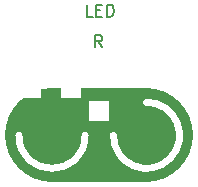
<source format=gto>
%TF.GenerationSoftware,KiCad,Pcbnew,4.0.7-e2-6376~58~ubuntu16.04.1*%
%TF.CreationDate,2018-05-09T09:47:50-07:00*%
%TF.ProjectId,2x2-LED-RED-SMT-LIMITED,3278322D4C45442D5245442D534D542D,1.0*%
%TF.FileFunction,Legend,Top*%
%FSLAX46Y46*%
G04 Gerber Fmt 4.6, Leading zero omitted, Abs format (unit mm)*
G04 Created by KiCad (PCBNEW 4.0.7-e2-6376~58~ubuntu16.04.1) date Wed May  9 09:47:50 2018*
%MOMM*%
%LPD*%
G01*
G04 APERTURE LIST*
%ADD10C,0.350000*%
%ADD11C,0.152400*%
%ADD12C,8.000000*%
%ADD13C,0.150000*%
%ADD14C,0.600000*%
%ADD15R,1.652400X1.752400*%
%ADD16R,1.752400X1.652400*%
G04 APERTURE END LIST*
D10*
D11*
X14030476Y-28971119D02*
X13691810Y-28487310D01*
X13449905Y-28971119D02*
X13449905Y-27955119D01*
X13836952Y-27955119D01*
X13933714Y-28003500D01*
X13982095Y-28051881D01*
X14030476Y-28148643D01*
X14030476Y-28293786D01*
X13982095Y-28390548D01*
X13933714Y-28438929D01*
X13836952Y-28487310D01*
X13449905Y-28487310D01*
D12*
X9780000Y-36448000D02*
X17780000Y-36448000D01*
D13*
X8074571Y-37137429D02*
X7348857Y-37137429D01*
X7348857Y-35613429D01*
X8582571Y-36339143D02*
X9090571Y-36339143D01*
X9308285Y-37137429D02*
X8582571Y-37137429D01*
X8582571Y-35613429D01*
X9308285Y-35613429D01*
X9961428Y-37137429D02*
X9961428Y-35613429D01*
X10324285Y-35613429D01*
X10542000Y-35686000D01*
X10687142Y-35831143D01*
X10759714Y-35976286D01*
X10832285Y-36266571D01*
X10832285Y-36484286D01*
X10759714Y-36774571D01*
X10687142Y-36919714D01*
X10542000Y-37064857D01*
X10324285Y-37137429D01*
X9961428Y-37137429D01*
X12283714Y-37137429D02*
X11412857Y-37137429D01*
X11848285Y-37137429D02*
X11848285Y-35613429D01*
X11703142Y-35831143D01*
X11558000Y-35976286D01*
X11412857Y-36048857D01*
X13212143Y-26400381D02*
X12735952Y-26400381D01*
X12735952Y-25400381D01*
X13545476Y-25876571D02*
X13878810Y-25876571D01*
X14021667Y-26400381D02*
X13545476Y-26400381D01*
X13545476Y-25400381D01*
X14021667Y-25400381D01*
X14450238Y-26400381D02*
X14450238Y-25400381D01*
X14688333Y-25400381D01*
X14831191Y-25448000D01*
X14926429Y-25543238D01*
X14974048Y-25638476D01*
X15021667Y-25828952D01*
X15021667Y-25971810D01*
X14974048Y-26162286D01*
X14926429Y-26257524D01*
X14831191Y-26352762D01*
X14688333Y-26400381D01*
X14450238Y-26400381D01*
%LPC*%
D14*
X6980000Y-36448000D02*
G75*
G03X12580000Y-36448000I2800000J0D01*
G01*
X14980000Y-36448000D02*
G75*
G03X17780000Y-33648000I2800000J0D01*
G01*
X17780000Y-31248000D02*
G75*
G03X14980000Y-28448000I0J2800000D01*
G01*
X12580000Y-28448000D02*
G75*
G03X6980000Y-28448000I-2800000J0D01*
G01*
D15*
X7970000Y-32448000D03*
X11390000Y-32448000D03*
D16*
X13780000Y-34408000D03*
X13780000Y-30988000D03*
M02*

</source>
